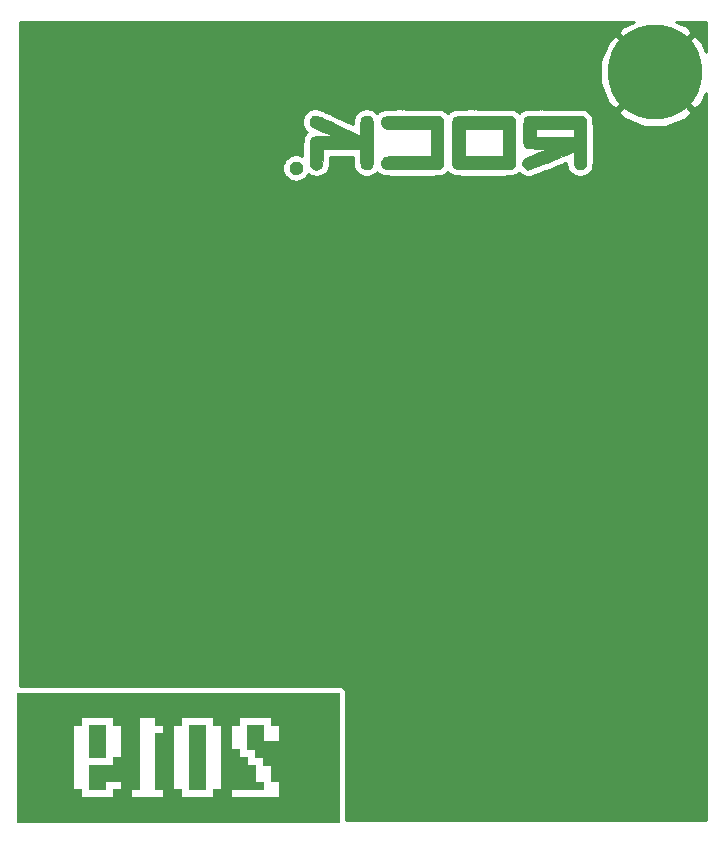
<source format=gbl>
G04 #@! TF.FileFunction,Copper,L2,Bot,Signal*
%FSLAX46Y46*%
G04 Gerber Fmt 4.6, Leading zero omitted, Abs format (unit mm)*
G04 Created by KiCad (PCBNEW 4.0.2+dfsg1-stable) date Sun 09 Sep 2018 02:34:44 AM EDT*
%MOMM*%
G01*
G04 APERTURE LIST*
%ADD10C,0.100000*%
%ADD11C,0.010000*%
%ADD12C,8.000000*%
%ADD13C,0.254000*%
G04 APERTURE END LIST*
D10*
D11*
G36*
X95931275Y-44585421D02*
X95790702Y-44658689D01*
X95662757Y-44793338D01*
X95630980Y-44837622D01*
X95566418Y-44990883D01*
X95561535Y-45158517D01*
X95610910Y-45322838D01*
X95709117Y-45466158D01*
X95850731Y-45570787D01*
X95856697Y-45573669D01*
X96040330Y-45626577D01*
X96218943Y-45613814D01*
X96335932Y-45563957D01*
X96492953Y-45432893D01*
X96589895Y-45275684D01*
X96625661Y-45104771D01*
X96599151Y-44932596D01*
X96509266Y-44771600D01*
X96414261Y-44677162D01*
X96301196Y-44602171D01*
X96185372Y-44569913D01*
X96099489Y-44564791D01*
X95931275Y-44585421D01*
X95931275Y-44585421D01*
G37*
X95931275Y-44585421D02*
X95790702Y-44658689D01*
X95662757Y-44793338D01*
X95630980Y-44837622D01*
X95566418Y-44990883D01*
X95561535Y-45158517D01*
X95610910Y-45322838D01*
X95709117Y-45466158D01*
X95850731Y-45570787D01*
X95856697Y-45573669D01*
X96040330Y-45626577D01*
X96218943Y-45613814D01*
X96335932Y-45563957D01*
X96492953Y-45432893D01*
X96589895Y-45275684D01*
X96625661Y-45104771D01*
X96599151Y-44932596D01*
X96509266Y-44771600D01*
X96414261Y-44677162D01*
X96301196Y-44602171D01*
X96185372Y-44569913D01*
X96099489Y-44564791D01*
X95931275Y-44585421D01*
G36*
X116550256Y-40702852D02*
X116312121Y-40704218D01*
X116119345Y-40706666D01*
X115966486Y-40710309D01*
X115848101Y-40715257D01*
X115758750Y-40721620D01*
X115692989Y-40729510D01*
X115645377Y-40739036D01*
X115610471Y-40750311D01*
X115596883Y-40756257D01*
X115528637Y-40791275D01*
X115474054Y-40829949D01*
X115431610Y-40880307D01*
X115399783Y-40950380D01*
X115377049Y-41048199D01*
X115361884Y-41181792D01*
X115352767Y-41359189D01*
X115348172Y-41588421D01*
X115346578Y-41877518D01*
X115346428Y-42076571D01*
X115346836Y-42382705D01*
X115348380Y-42624967D01*
X115351545Y-42812057D01*
X115356811Y-42952671D01*
X115364663Y-43055508D01*
X115375582Y-43129265D01*
X115390052Y-43182640D01*
X115408555Y-43224330D01*
X115410304Y-43227567D01*
X115446586Y-43288977D01*
X115486344Y-43337149D01*
X115538505Y-43373913D01*
X115611995Y-43401094D01*
X115715739Y-43420520D01*
X115858664Y-43434018D01*
X116049696Y-43443417D01*
X116297761Y-43450543D01*
X116523335Y-43455428D01*
X117409956Y-43473571D01*
X116460666Y-43851718D01*
X116162273Y-43971531D01*
X115923959Y-44070121D01*
X115737885Y-44151827D01*
X115596211Y-44220991D01*
X115491097Y-44281953D01*
X115414702Y-44339052D01*
X115359186Y-44396630D01*
X115316710Y-44459027D01*
X115296433Y-44496257D01*
X115252062Y-44654908D01*
X115268381Y-44818347D01*
X115336079Y-44972218D01*
X115445847Y-45102160D01*
X115588374Y-45193817D01*
X115754351Y-45232830D01*
X115774344Y-45233293D01*
X115836629Y-45221995D01*
X115950406Y-45187462D01*
X116117918Y-45128841D01*
X116341407Y-45045280D01*
X116623117Y-44935927D01*
X116965292Y-44799931D01*
X117370174Y-44636440D01*
X117697487Y-44502978D01*
X118039161Y-44363353D01*
X118361743Y-44231826D01*
X118658775Y-44111008D01*
X118923799Y-44003514D01*
X119150355Y-43911957D01*
X119331985Y-43838949D01*
X119462231Y-43787103D01*
X119534633Y-43759034D01*
X119546500Y-43754889D01*
X119571040Y-43753298D01*
X119588324Y-43771293D01*
X119599608Y-43819201D01*
X119606151Y-43907349D01*
X119609211Y-44046065D01*
X119610045Y-44245675D01*
X119610056Y-44276696D01*
X119613201Y-44528807D01*
X119624656Y-44720502D01*
X119647540Y-44863750D01*
X119684975Y-44970523D01*
X119740080Y-45052789D01*
X119815976Y-45122519D01*
X119834082Y-45136130D01*
X119968963Y-45197779D01*
X120135739Y-45222553D01*
X120302619Y-45208371D01*
X120403877Y-45173439D01*
X120507575Y-45099347D01*
X120591459Y-45005073D01*
X120594757Y-44999852D01*
X120609620Y-44972737D01*
X120622108Y-44939809D01*
X120632392Y-44895055D01*
X120640641Y-44832463D01*
X120647026Y-44746019D01*
X120651717Y-44629710D01*
X120654884Y-44477524D01*
X120656698Y-44283448D01*
X120657328Y-44041469D01*
X120656945Y-43745574D01*
X120655719Y-43389749D01*
X120653820Y-42967983D01*
X120653595Y-42920892D01*
X120648145Y-41786285D01*
X119610000Y-41786285D01*
X119610000Y-42475714D01*
X116416857Y-42475714D01*
X116416857Y-41786285D01*
X119610000Y-41786285D01*
X120648145Y-41786285D01*
X120644142Y-40953069D01*
X120406920Y-40715857D01*
X118065228Y-40706007D01*
X117591236Y-40704147D01*
X117184371Y-40702928D01*
X116839192Y-40702459D01*
X116550256Y-40702852D01*
X116550256Y-40702852D01*
G37*
X116550256Y-40702852D02*
X116312121Y-40704218D01*
X116119345Y-40706666D01*
X115966486Y-40710309D01*
X115848101Y-40715257D01*
X115758750Y-40721620D01*
X115692989Y-40729510D01*
X115645377Y-40739036D01*
X115610471Y-40750311D01*
X115596883Y-40756257D01*
X115528637Y-40791275D01*
X115474054Y-40829949D01*
X115431610Y-40880307D01*
X115399783Y-40950380D01*
X115377049Y-41048199D01*
X115361884Y-41181792D01*
X115352767Y-41359189D01*
X115348172Y-41588421D01*
X115346578Y-41877518D01*
X115346428Y-42076571D01*
X115346836Y-42382705D01*
X115348380Y-42624967D01*
X115351545Y-42812057D01*
X115356811Y-42952671D01*
X115364663Y-43055508D01*
X115375582Y-43129265D01*
X115390052Y-43182640D01*
X115408555Y-43224330D01*
X115410304Y-43227567D01*
X115446586Y-43288977D01*
X115486344Y-43337149D01*
X115538505Y-43373913D01*
X115611995Y-43401094D01*
X115715739Y-43420520D01*
X115858664Y-43434018D01*
X116049696Y-43443417D01*
X116297761Y-43450543D01*
X116523335Y-43455428D01*
X117409956Y-43473571D01*
X116460666Y-43851718D01*
X116162273Y-43971531D01*
X115923959Y-44070121D01*
X115737885Y-44151827D01*
X115596211Y-44220991D01*
X115491097Y-44281953D01*
X115414702Y-44339052D01*
X115359186Y-44396630D01*
X115316710Y-44459027D01*
X115296433Y-44496257D01*
X115252062Y-44654908D01*
X115268381Y-44818347D01*
X115336079Y-44972218D01*
X115445847Y-45102160D01*
X115588374Y-45193817D01*
X115754351Y-45232830D01*
X115774344Y-45233293D01*
X115836629Y-45221995D01*
X115950406Y-45187462D01*
X116117918Y-45128841D01*
X116341407Y-45045280D01*
X116623117Y-44935927D01*
X116965292Y-44799931D01*
X117370174Y-44636440D01*
X117697487Y-44502978D01*
X118039161Y-44363353D01*
X118361743Y-44231826D01*
X118658775Y-44111008D01*
X118923799Y-44003514D01*
X119150355Y-43911957D01*
X119331985Y-43838949D01*
X119462231Y-43787103D01*
X119534633Y-43759034D01*
X119546500Y-43754889D01*
X119571040Y-43753298D01*
X119588324Y-43771293D01*
X119599608Y-43819201D01*
X119606151Y-43907349D01*
X119609211Y-44046065D01*
X119610045Y-44245675D01*
X119610056Y-44276696D01*
X119613201Y-44528807D01*
X119624656Y-44720502D01*
X119647540Y-44863750D01*
X119684975Y-44970523D01*
X119740080Y-45052789D01*
X119815976Y-45122519D01*
X119834082Y-45136130D01*
X119968963Y-45197779D01*
X120135739Y-45222553D01*
X120302619Y-45208371D01*
X120403877Y-45173439D01*
X120507575Y-45099347D01*
X120591459Y-45005073D01*
X120594757Y-44999852D01*
X120609620Y-44972737D01*
X120622108Y-44939809D01*
X120632392Y-44895055D01*
X120640641Y-44832463D01*
X120647026Y-44746019D01*
X120651717Y-44629710D01*
X120654884Y-44477524D01*
X120656698Y-44283448D01*
X120657328Y-44041469D01*
X120656945Y-43745574D01*
X120655719Y-43389749D01*
X120653820Y-42967983D01*
X120653595Y-42920892D01*
X120648145Y-41786285D01*
X119610000Y-41786285D01*
X119610000Y-42475714D01*
X116416857Y-42475714D01*
X116416857Y-41786285D01*
X119610000Y-41786285D01*
X120648145Y-41786285D01*
X120644142Y-40953069D01*
X120406920Y-40715857D01*
X118065228Y-40706007D01*
X117591236Y-40704147D01*
X117184371Y-40702928D01*
X116839192Y-40702459D01*
X116550256Y-40702852D01*
G36*
X97649244Y-40663596D02*
X97590826Y-40677487D01*
X97537809Y-40701981D01*
X97484740Y-40735181D01*
X97476243Y-40740928D01*
X97362114Y-40838159D01*
X97294105Y-40952559D01*
X97263126Y-41104112D01*
X97258535Y-41219572D01*
X97261604Y-41312791D01*
X97275776Y-41392313D01*
X97307732Y-41462828D01*
X97364153Y-41529025D01*
X97451722Y-41595592D01*
X97577119Y-41667217D01*
X97747027Y-41748591D01*
X97968126Y-41844401D01*
X98247098Y-41959337D01*
X98402201Y-42022143D01*
X99300929Y-42385000D01*
X98433679Y-42403143D01*
X98154753Y-42409546D01*
X97938992Y-42416176D01*
X97776992Y-42423848D01*
X97659347Y-42433374D01*
X97576653Y-42445571D01*
X97519506Y-42461251D01*
X97478501Y-42481230D01*
X97470312Y-42486554D01*
X97417157Y-42526671D01*
X97374661Y-42572468D01*
X97341639Y-42632068D01*
X97316908Y-42713590D01*
X97299283Y-42825156D01*
X97287581Y-42974885D01*
X97280617Y-43170897D01*
X97277209Y-43421315D01*
X97276170Y-43734257D01*
X97276143Y-43818285D01*
X97276420Y-44121200D01*
X97277621Y-44360374D01*
X97280301Y-44544634D01*
X97285012Y-44682811D01*
X97292308Y-44783731D01*
X97302743Y-44856225D01*
X97316871Y-44909122D01*
X97335246Y-44951249D01*
X97348714Y-44975324D01*
X97465335Y-45106865D01*
X97621196Y-45192199D01*
X97796864Y-45227288D01*
X97972910Y-45208092D01*
X98122488Y-45136130D01*
X98196244Y-45075117D01*
X98251998Y-45007411D01*
X98292201Y-44922271D01*
X98319302Y-44808958D01*
X98335750Y-44656735D01*
X98343995Y-44454860D01*
X98346486Y-44192596D01*
X98346515Y-44153928D01*
X98346571Y-43491714D01*
X101539714Y-43491714D01*
X101539770Y-44153928D01*
X101541699Y-44424739D01*
X101549067Y-44633778D01*
X101564323Y-44791786D01*
X101589916Y-44909502D01*
X101628296Y-44997663D01*
X101681913Y-45067011D01*
X101753216Y-45128282D01*
X101763797Y-45136130D01*
X101898677Y-45197779D01*
X102065453Y-45222553D01*
X102232334Y-45208371D01*
X102333591Y-45173439D01*
X102437098Y-45099390D01*
X102520626Y-45005159D01*
X102523955Y-44999852D01*
X102538824Y-44972195D01*
X102551350Y-44938015D01*
X102561733Y-44891258D01*
X102570173Y-44825869D01*
X102576869Y-44735796D01*
X102582023Y-44614983D01*
X102585833Y-44457378D01*
X102588499Y-44256925D01*
X102590222Y-44007572D01*
X102591201Y-43703263D01*
X102591636Y-43337946D01*
X102591728Y-42947428D01*
X102591617Y-42521427D01*
X102591147Y-42161940D01*
X102590120Y-41862909D01*
X102588332Y-41618278D01*
X102585584Y-41421988D01*
X102581674Y-41267983D01*
X102576401Y-41150206D01*
X102569564Y-41062597D01*
X102560962Y-40999102D01*
X102550394Y-40953661D01*
X102537659Y-40920218D01*
X102523576Y-40894381D01*
X102411390Y-40775121D01*
X102258497Y-40698668D01*
X102085256Y-40668623D01*
X101912030Y-40688585D01*
X101762354Y-40759803D01*
X101688193Y-40821504D01*
X101632346Y-40890549D01*
X101592297Y-40977822D01*
X101565530Y-41094206D01*
X101549531Y-41250585D01*
X101541783Y-41457842D01*
X101539770Y-41722785D01*
X101538505Y-41929893D01*
X101535025Y-42109344D01*
X101529752Y-42249608D01*
X101523104Y-42339156D01*
X101516330Y-42366857D01*
X101480082Y-42351667D01*
X101384453Y-42308005D01*
X101235519Y-42238733D01*
X101039357Y-42146714D01*
X100802043Y-42034810D01*
X100529656Y-41905883D01*
X100228270Y-41762796D01*
X99903963Y-41608411D01*
X99730184Y-41525524D01*
X99317830Y-41328971D01*
X98965410Y-41162005D01*
X98667468Y-41022727D01*
X98418554Y-40909239D01*
X98213212Y-40819642D01*
X98045991Y-40752039D01*
X97911437Y-40704531D01*
X97804096Y-40675220D01*
X97718517Y-40662208D01*
X97649244Y-40663596D01*
X97649244Y-40663596D01*
G37*
X97649244Y-40663596D02*
X97590826Y-40677487D01*
X97537809Y-40701981D01*
X97484740Y-40735181D01*
X97476243Y-40740928D01*
X97362114Y-40838159D01*
X97294105Y-40952559D01*
X97263126Y-41104112D01*
X97258535Y-41219572D01*
X97261604Y-41312791D01*
X97275776Y-41392313D01*
X97307732Y-41462828D01*
X97364153Y-41529025D01*
X97451722Y-41595592D01*
X97577119Y-41667217D01*
X97747027Y-41748591D01*
X97968126Y-41844401D01*
X98247098Y-41959337D01*
X98402201Y-42022143D01*
X99300929Y-42385000D01*
X98433679Y-42403143D01*
X98154753Y-42409546D01*
X97938992Y-42416176D01*
X97776992Y-42423848D01*
X97659347Y-42433374D01*
X97576653Y-42445571D01*
X97519506Y-42461251D01*
X97478501Y-42481230D01*
X97470312Y-42486554D01*
X97417157Y-42526671D01*
X97374661Y-42572468D01*
X97341639Y-42632068D01*
X97316908Y-42713590D01*
X97299283Y-42825156D01*
X97287581Y-42974885D01*
X97280617Y-43170897D01*
X97277209Y-43421315D01*
X97276170Y-43734257D01*
X97276143Y-43818285D01*
X97276420Y-44121200D01*
X97277621Y-44360374D01*
X97280301Y-44544634D01*
X97285012Y-44682811D01*
X97292308Y-44783731D01*
X97302743Y-44856225D01*
X97316871Y-44909122D01*
X97335246Y-44951249D01*
X97348714Y-44975324D01*
X97465335Y-45106865D01*
X97621196Y-45192199D01*
X97796864Y-45227288D01*
X97972910Y-45208092D01*
X98122488Y-45136130D01*
X98196244Y-45075117D01*
X98251998Y-45007411D01*
X98292201Y-44922271D01*
X98319302Y-44808958D01*
X98335750Y-44656735D01*
X98343995Y-44454860D01*
X98346486Y-44192596D01*
X98346515Y-44153928D01*
X98346571Y-43491714D01*
X101539714Y-43491714D01*
X101539770Y-44153928D01*
X101541699Y-44424739D01*
X101549067Y-44633778D01*
X101564323Y-44791786D01*
X101589916Y-44909502D01*
X101628296Y-44997663D01*
X101681913Y-45067011D01*
X101753216Y-45128282D01*
X101763797Y-45136130D01*
X101898677Y-45197779D01*
X102065453Y-45222553D01*
X102232334Y-45208371D01*
X102333591Y-45173439D01*
X102437098Y-45099390D01*
X102520626Y-45005159D01*
X102523955Y-44999852D01*
X102538824Y-44972195D01*
X102551350Y-44938015D01*
X102561733Y-44891258D01*
X102570173Y-44825869D01*
X102576869Y-44735796D01*
X102582023Y-44614983D01*
X102585833Y-44457378D01*
X102588499Y-44256925D01*
X102590222Y-44007572D01*
X102591201Y-43703263D01*
X102591636Y-43337946D01*
X102591728Y-42947428D01*
X102591617Y-42521427D01*
X102591147Y-42161940D01*
X102590120Y-41862909D01*
X102588332Y-41618278D01*
X102585584Y-41421988D01*
X102581674Y-41267983D01*
X102576401Y-41150206D01*
X102569564Y-41062597D01*
X102560962Y-40999102D01*
X102550394Y-40953661D01*
X102537659Y-40920218D01*
X102523576Y-40894381D01*
X102411390Y-40775121D01*
X102258497Y-40698668D01*
X102085256Y-40668623D01*
X101912030Y-40688585D01*
X101762354Y-40759803D01*
X101688193Y-40821504D01*
X101632346Y-40890549D01*
X101592297Y-40977822D01*
X101565530Y-41094206D01*
X101549531Y-41250585D01*
X101541783Y-41457842D01*
X101539770Y-41722785D01*
X101538505Y-41929893D01*
X101535025Y-42109344D01*
X101529752Y-42249608D01*
X101523104Y-42339156D01*
X101516330Y-42366857D01*
X101480082Y-42351667D01*
X101384453Y-42308005D01*
X101235519Y-42238733D01*
X101039357Y-42146714D01*
X100802043Y-42034810D01*
X100529656Y-41905883D01*
X100228270Y-41762796D01*
X99903963Y-41608411D01*
X99730184Y-41525524D01*
X99317830Y-41328971D01*
X98965410Y-41162005D01*
X98667468Y-41022727D01*
X98418554Y-40909239D01*
X98213212Y-40819642D01*
X98045991Y-40752039D01*
X97911437Y-40704531D01*
X97804096Y-40675220D01*
X97718517Y-40662208D01*
X97649244Y-40663596D01*
G36*
X110469587Y-40703088D02*
X110217934Y-40705982D01*
X110012609Y-40711179D01*
X109848360Y-40719105D01*
X109719940Y-40730185D01*
X109622099Y-40744847D01*
X109549588Y-40763516D01*
X109497159Y-40786618D01*
X109459562Y-40814581D01*
X109431548Y-40847829D01*
X109407869Y-40886789D01*
X109388910Y-40921641D01*
X109374298Y-40952333D01*
X109362010Y-40990443D01*
X109351846Y-41042109D01*
X109343607Y-41113471D01*
X109337093Y-41210668D01*
X109332104Y-41339839D01*
X109328441Y-41507122D01*
X109325903Y-41718657D01*
X109324291Y-41980583D01*
X109323405Y-42299038D01*
X109323046Y-42680163D01*
X109323000Y-42947428D01*
X109323135Y-43370005D01*
X109323674Y-43726150D01*
X109324818Y-44022002D01*
X109326764Y-44263699D01*
X109329714Y-44457382D01*
X109333867Y-44609188D01*
X109339422Y-44725257D01*
X109346580Y-44811728D01*
X109355540Y-44874741D01*
X109366502Y-44920433D01*
X109379666Y-44954944D01*
X109388910Y-44973215D01*
X109412921Y-45016902D01*
X109437329Y-45054506D01*
X109467433Y-45086477D01*
X109508534Y-45113265D01*
X109565931Y-45135321D01*
X109644926Y-45153094D01*
X109750818Y-45167036D01*
X109888907Y-45177596D01*
X110064495Y-45185225D01*
X110282880Y-45190373D01*
X110549364Y-45193489D01*
X110869246Y-45195025D01*
X111247826Y-45195430D01*
X111690406Y-45195156D01*
X111997906Y-45194842D01*
X112401240Y-45193975D01*
X112784277Y-45192256D01*
X113140648Y-45189771D01*
X113463989Y-45186608D01*
X113747931Y-45182853D01*
X113986108Y-45178593D01*
X114172154Y-45173915D01*
X114299701Y-45168906D01*
X114362383Y-45163653D01*
X114366714Y-45162525D01*
X114440725Y-45115672D01*
X114523298Y-45041989D01*
X114530000Y-45034902D01*
X114620714Y-44937296D01*
X114620714Y-41786285D01*
X113586571Y-41786285D01*
X113586571Y-44108571D01*
X110393428Y-44108571D01*
X110393428Y-41786285D01*
X113586571Y-41786285D01*
X114620714Y-41786285D01*
X114620714Y-40953110D01*
X114502103Y-40834483D01*
X114383491Y-40715857D01*
X112044437Y-40706009D01*
X111554990Y-40703956D01*
X111132866Y-40702501D01*
X110772814Y-40702069D01*
X110469587Y-40703088D01*
X110469587Y-40703088D01*
G37*
X110469587Y-40703088D02*
X110217934Y-40705982D01*
X110012609Y-40711179D01*
X109848360Y-40719105D01*
X109719940Y-40730185D01*
X109622099Y-40744847D01*
X109549588Y-40763516D01*
X109497159Y-40786618D01*
X109459562Y-40814581D01*
X109431548Y-40847829D01*
X109407869Y-40886789D01*
X109388910Y-40921641D01*
X109374298Y-40952333D01*
X109362010Y-40990443D01*
X109351846Y-41042109D01*
X109343607Y-41113471D01*
X109337093Y-41210668D01*
X109332104Y-41339839D01*
X109328441Y-41507122D01*
X109325903Y-41718657D01*
X109324291Y-41980583D01*
X109323405Y-42299038D01*
X109323046Y-42680163D01*
X109323000Y-42947428D01*
X109323135Y-43370005D01*
X109323674Y-43726150D01*
X109324818Y-44022002D01*
X109326764Y-44263699D01*
X109329714Y-44457382D01*
X109333867Y-44609188D01*
X109339422Y-44725257D01*
X109346580Y-44811728D01*
X109355540Y-44874741D01*
X109366502Y-44920433D01*
X109379666Y-44954944D01*
X109388910Y-44973215D01*
X109412921Y-45016902D01*
X109437329Y-45054506D01*
X109467433Y-45086477D01*
X109508534Y-45113265D01*
X109565931Y-45135321D01*
X109644926Y-45153094D01*
X109750818Y-45167036D01*
X109888907Y-45177596D01*
X110064495Y-45185225D01*
X110282880Y-45190373D01*
X110549364Y-45193489D01*
X110869246Y-45195025D01*
X111247826Y-45195430D01*
X111690406Y-45195156D01*
X111997906Y-45194842D01*
X112401240Y-45193975D01*
X112784277Y-45192256D01*
X113140648Y-45189771D01*
X113463989Y-45186608D01*
X113747931Y-45182853D01*
X113986108Y-45178593D01*
X114172154Y-45173915D01*
X114299701Y-45168906D01*
X114362383Y-45163653D01*
X114366714Y-45162525D01*
X114440725Y-45115672D01*
X114523298Y-45041989D01*
X114530000Y-45034902D01*
X114620714Y-44937296D01*
X114620714Y-41786285D01*
X113586571Y-41786285D01*
X113586571Y-44108571D01*
X110393428Y-44108571D01*
X110393428Y-41786285D01*
X113586571Y-41786285D01*
X114620714Y-41786285D01*
X114620714Y-40953110D01*
X114502103Y-40834483D01*
X114383491Y-40715857D01*
X112044437Y-40706009D01*
X111554990Y-40703956D01*
X111132866Y-40702501D01*
X110772814Y-40702069D01*
X110469587Y-40703088D01*
G36*
X104451659Y-40703200D02*
X104205175Y-40706275D01*
X104004527Y-40711744D01*
X103844371Y-40720050D01*
X103719358Y-40731637D01*
X103624142Y-40746947D01*
X103553377Y-40766423D01*
X103501716Y-40790508D01*
X103463811Y-40819645D01*
X103434316Y-40854277D01*
X103407885Y-40894847D01*
X103391216Y-40922316D01*
X103335789Y-41062089D01*
X103317856Y-41246427D01*
X103317850Y-41249808D01*
X103323468Y-41379734D01*
X103347641Y-41469472D01*
X103401031Y-41550978D01*
X103429556Y-41584570D01*
X103533129Y-41675821D01*
X103648849Y-41740311D01*
X103674485Y-41748916D01*
X103743187Y-41757633D01*
X103880286Y-41765336D01*
X104081616Y-41771947D01*
X104343009Y-41777389D01*
X104660296Y-41781581D01*
X105029311Y-41784446D01*
X105445886Y-41785906D01*
X105649071Y-41786083D01*
X107490571Y-41786285D01*
X107490571Y-44108571D01*
X105649071Y-44108773D01*
X105212328Y-44109571D01*
X104821258Y-44111809D01*
X104480027Y-44115410D01*
X104192805Y-44120295D01*
X103963757Y-44126386D01*
X103797053Y-44133605D01*
X103696858Y-44141872D01*
X103674485Y-44145941D01*
X103562082Y-44199608D01*
X103451702Y-44286830D01*
X103429556Y-44310286D01*
X103362993Y-44396672D01*
X103329499Y-44479751D01*
X103318410Y-44591477D01*
X103317850Y-44645048D01*
X103335225Y-44830249D01*
X103390024Y-44970574D01*
X103391216Y-44972540D01*
X103418434Y-45016844D01*
X103445669Y-45054905D01*
X103478323Y-45087192D01*
X103521795Y-45114172D01*
X103581486Y-45136313D01*
X103662797Y-45154083D01*
X103771127Y-45167952D01*
X103911877Y-45178385D01*
X104090447Y-45185852D01*
X104312238Y-45190821D01*
X104582651Y-45193759D01*
X104907085Y-45195134D01*
X105290941Y-45195415D01*
X105739620Y-45195070D01*
X105956334Y-45194842D01*
X106354812Y-45193959D01*
X106732962Y-45192204D01*
X107084335Y-45189667D01*
X107402480Y-45186438D01*
X107680947Y-45182607D01*
X107913287Y-45178265D01*
X108093049Y-45173501D01*
X108213784Y-45168405D01*
X108269041Y-45163067D01*
X108270714Y-45162525D01*
X108344725Y-45115672D01*
X108427298Y-45041989D01*
X108434000Y-45034902D01*
X108524714Y-44937296D01*
X108524714Y-40953110D01*
X108406103Y-40834483D01*
X108287493Y-40715857D01*
X106002907Y-40705992D01*
X105519605Y-40703917D01*
X105103528Y-40702464D01*
X104749328Y-40702078D01*
X104451659Y-40703200D01*
X104451659Y-40703200D01*
G37*
X104451659Y-40703200D02*
X104205175Y-40706275D01*
X104004527Y-40711744D01*
X103844371Y-40720050D01*
X103719358Y-40731637D01*
X103624142Y-40746947D01*
X103553377Y-40766423D01*
X103501716Y-40790508D01*
X103463811Y-40819645D01*
X103434316Y-40854277D01*
X103407885Y-40894847D01*
X103391216Y-40922316D01*
X103335789Y-41062089D01*
X103317856Y-41246427D01*
X103317850Y-41249808D01*
X103323468Y-41379734D01*
X103347641Y-41469472D01*
X103401031Y-41550978D01*
X103429556Y-41584570D01*
X103533129Y-41675821D01*
X103648849Y-41740311D01*
X103674485Y-41748916D01*
X103743187Y-41757633D01*
X103880286Y-41765336D01*
X104081616Y-41771947D01*
X104343009Y-41777389D01*
X104660296Y-41781581D01*
X105029311Y-41784446D01*
X105445886Y-41785906D01*
X105649071Y-41786083D01*
X107490571Y-41786285D01*
X107490571Y-44108571D01*
X105649071Y-44108773D01*
X105212328Y-44109571D01*
X104821258Y-44111809D01*
X104480027Y-44115410D01*
X104192805Y-44120295D01*
X103963757Y-44126386D01*
X103797053Y-44133605D01*
X103696858Y-44141872D01*
X103674485Y-44145941D01*
X103562082Y-44199608D01*
X103451702Y-44286830D01*
X103429556Y-44310286D01*
X103362993Y-44396672D01*
X103329499Y-44479751D01*
X103318410Y-44591477D01*
X103317850Y-44645048D01*
X103335225Y-44830249D01*
X103390024Y-44970574D01*
X103391216Y-44972540D01*
X103418434Y-45016844D01*
X103445669Y-45054905D01*
X103478323Y-45087192D01*
X103521795Y-45114172D01*
X103581486Y-45136313D01*
X103662797Y-45154083D01*
X103771127Y-45167952D01*
X103911877Y-45178385D01*
X104090447Y-45185852D01*
X104312238Y-45190821D01*
X104582651Y-45193759D01*
X104907085Y-45195134D01*
X105290941Y-45195415D01*
X105739620Y-45195070D01*
X105956334Y-45194842D01*
X106354812Y-45193959D01*
X106732962Y-45192204D01*
X107084335Y-45189667D01*
X107402480Y-45186438D01*
X107680947Y-45182607D01*
X107913287Y-45178265D01*
X108093049Y-45173501D01*
X108213784Y-45168405D01*
X108269041Y-45163067D01*
X108270714Y-45162525D01*
X108344725Y-45115672D01*
X108427298Y-45041989D01*
X108434000Y-45034902D01*
X108524714Y-44937296D01*
X108524714Y-40953110D01*
X108406103Y-40834483D01*
X108287493Y-40715857D01*
X106002907Y-40705992D01*
X105519605Y-40703917D01*
X105103528Y-40702464D01*
X104749328Y-40702078D01*
X104451659Y-40703200D01*
G36*
X72502857Y-100462857D02*
X99717142Y-100462857D01*
X99717142Y-92262285D01*
X94673428Y-92262285D01*
X94673428Y-93641142D01*
X93294571Y-93641142D01*
X93294571Y-92262285D01*
X91952000Y-92262285D01*
X91952000Y-94294285D01*
X92641428Y-94294285D01*
X92641428Y-94983714D01*
X93330857Y-94983714D01*
X93330857Y-95673142D01*
X93984000Y-95673142D01*
X93984000Y-97015714D01*
X94673428Y-97015714D01*
X94673428Y-98394571D01*
X90573142Y-98394571D01*
X90573142Y-97705142D01*
X93294571Y-97705142D01*
X93294571Y-97052000D01*
X92641428Y-97052000D01*
X92641428Y-95673142D01*
X91952000Y-95673142D01*
X91952000Y-94983714D01*
X91262571Y-94983714D01*
X91262571Y-94330571D01*
X90573142Y-94330571D01*
X90573142Y-92262285D01*
X89774857Y-92262285D01*
X89774857Y-97705142D01*
X89085428Y-97705142D01*
X89085428Y-98394571D01*
X86364000Y-98394571D01*
X86364000Y-97705142D01*
X85674571Y-97705142D01*
X85674571Y-92262285D01*
X84876285Y-92262285D01*
X84876285Y-92951714D01*
X84186857Y-92951714D01*
X84186857Y-97705142D01*
X84876285Y-97705142D01*
X84876285Y-98394571D01*
X82154857Y-98394571D01*
X82154857Y-97705142D01*
X82844285Y-97705142D01*
X82844285Y-92262285D01*
X81320285Y-92262285D01*
X81320285Y-94983714D01*
X80630857Y-94983714D01*
X80630857Y-95673142D01*
X78598857Y-95673142D01*
X78598857Y-97705142D01*
X79941428Y-97705142D01*
X79941428Y-97015714D01*
X81320285Y-97015714D01*
X81320285Y-97705142D01*
X80630857Y-97705142D01*
X80630857Y-98394571D01*
X77909428Y-98394571D01*
X77909428Y-97705142D01*
X77220000Y-97705142D01*
X77220000Y-92262285D01*
X77909428Y-92262285D01*
X77909428Y-91572857D01*
X80630857Y-91572857D01*
X80630857Y-92262285D01*
X81320285Y-92262285D01*
X82844285Y-92262285D01*
X82844285Y-91572857D01*
X84186857Y-91572857D01*
X84186857Y-92262285D01*
X84876285Y-92262285D01*
X85674571Y-92262285D01*
X86364000Y-92262285D01*
X86364000Y-91572857D01*
X89085428Y-91572857D01*
X89085428Y-92262285D01*
X89774857Y-92262285D01*
X90573142Y-92262285D01*
X91262571Y-92262285D01*
X91262571Y-91572857D01*
X93984000Y-91572857D01*
X93984000Y-92262285D01*
X94673428Y-92262285D01*
X99717142Y-92262285D01*
X99717142Y-89577143D01*
X72502857Y-89577143D01*
X72502857Y-100462857D01*
X72502857Y-100462857D01*
G37*
X72502857Y-100462857D02*
X99717142Y-100462857D01*
X99717142Y-92262285D01*
X94673428Y-92262285D01*
X94673428Y-93641142D01*
X93294571Y-93641142D01*
X93294571Y-92262285D01*
X91952000Y-92262285D01*
X91952000Y-94294285D01*
X92641428Y-94294285D01*
X92641428Y-94983714D01*
X93330857Y-94983714D01*
X93330857Y-95673142D01*
X93984000Y-95673142D01*
X93984000Y-97015714D01*
X94673428Y-97015714D01*
X94673428Y-98394571D01*
X90573142Y-98394571D01*
X90573142Y-97705142D01*
X93294571Y-97705142D01*
X93294571Y-97052000D01*
X92641428Y-97052000D01*
X92641428Y-95673142D01*
X91952000Y-95673142D01*
X91952000Y-94983714D01*
X91262571Y-94983714D01*
X91262571Y-94330571D01*
X90573142Y-94330571D01*
X90573142Y-92262285D01*
X89774857Y-92262285D01*
X89774857Y-97705142D01*
X89085428Y-97705142D01*
X89085428Y-98394571D01*
X86364000Y-98394571D01*
X86364000Y-97705142D01*
X85674571Y-97705142D01*
X85674571Y-92262285D01*
X84876285Y-92262285D01*
X84876285Y-92951714D01*
X84186857Y-92951714D01*
X84186857Y-97705142D01*
X84876285Y-97705142D01*
X84876285Y-98394571D01*
X82154857Y-98394571D01*
X82154857Y-97705142D01*
X82844285Y-97705142D01*
X82844285Y-92262285D01*
X81320285Y-92262285D01*
X81320285Y-94983714D01*
X80630857Y-94983714D01*
X80630857Y-95673142D01*
X78598857Y-95673142D01*
X78598857Y-97705142D01*
X79941428Y-97705142D01*
X79941428Y-97015714D01*
X81320285Y-97015714D01*
X81320285Y-97705142D01*
X80630857Y-97705142D01*
X80630857Y-98394571D01*
X77909428Y-98394571D01*
X77909428Y-97705142D01*
X77220000Y-97705142D01*
X77220000Y-92262285D01*
X77909428Y-92262285D01*
X77909428Y-91572857D01*
X80630857Y-91572857D01*
X80630857Y-92262285D01*
X81320285Y-92262285D01*
X82844285Y-92262285D01*
X82844285Y-91572857D01*
X84186857Y-91572857D01*
X84186857Y-92262285D01*
X84876285Y-92262285D01*
X85674571Y-92262285D01*
X86364000Y-92262285D01*
X86364000Y-91572857D01*
X89085428Y-91572857D01*
X89085428Y-92262285D01*
X89774857Y-92262285D01*
X90573142Y-92262285D01*
X91262571Y-92262285D01*
X91262571Y-91572857D01*
X93984000Y-91572857D01*
X93984000Y-92262285D01*
X94673428Y-92262285D01*
X99717142Y-92262285D01*
X99717142Y-89577143D01*
X72502857Y-89577143D01*
X72502857Y-100462857D01*
G36*
X87053428Y-97705142D02*
X88396000Y-97705142D01*
X88396000Y-92262285D01*
X87053428Y-92262285D01*
X87053428Y-97705142D01*
X87053428Y-97705142D01*
G37*
X87053428Y-97705142D02*
X88396000Y-97705142D01*
X88396000Y-92262285D01*
X87053428Y-92262285D01*
X87053428Y-97705142D01*
G36*
X78598857Y-94983714D02*
X79941428Y-94983714D01*
X79941428Y-92262285D01*
X78598857Y-92262285D01*
X78598857Y-94983714D01*
X78598857Y-94983714D01*
G37*
X78598857Y-94983714D02*
X79941428Y-94983714D01*
X79941428Y-92262285D01*
X78598857Y-92262285D01*
X78598857Y-94983714D01*
D12*
X126500000Y-37000000D03*
D13*
G36*
X123923381Y-33038402D02*
X123825990Y-33103476D01*
X123361656Y-33682051D01*
X126500000Y-36820395D01*
X129638344Y-33682051D01*
X129174010Y-33103476D01*
X128256407Y-32710000D01*
X130790000Y-32710000D01*
X130790000Y-35244864D01*
X130461598Y-34423381D01*
X130396524Y-34325990D01*
X129817949Y-33861656D01*
X126679605Y-37000000D01*
X129817949Y-40138344D01*
X130396524Y-39674010D01*
X130790000Y-38756407D01*
X130790000Y-100290000D01*
X100357142Y-100290000D01*
X100357142Y-89577143D01*
X100308425Y-89332226D01*
X100169690Y-89124595D01*
X99962059Y-88985860D01*
X99717142Y-88937143D01*
X72710000Y-88937143D01*
X72710000Y-45139882D01*
X94921806Y-45139882D01*
X94938843Y-45240805D01*
X94948607Y-45342689D01*
X94997982Y-45507010D01*
X95044199Y-45594025D01*
X95082964Y-45684602D01*
X95181171Y-45827922D01*
X95257246Y-45902239D01*
X95328806Y-45980904D01*
X95470420Y-46085533D01*
X95524568Y-46111023D01*
X95572346Y-46147070D01*
X95578312Y-46149952D01*
X95631080Y-46163632D01*
X95679509Y-46188652D01*
X95863142Y-46241560D01*
X95974775Y-46250979D01*
X96085946Y-46264949D01*
X96264558Y-46252186D01*
X96366443Y-46224243D01*
X96469855Y-46202578D01*
X96586845Y-46152721D01*
X96664007Y-46100021D01*
X96746044Y-46055290D01*
X96903064Y-45924226D01*
X96967661Y-45844167D01*
X97037708Y-45768813D01*
X97119571Y-45636058D01*
X97157985Y-45668235D01*
X97313846Y-45753568D01*
X97406311Y-45782635D01*
X97495835Y-45819801D01*
X97671503Y-45854890D01*
X97769055Y-45854968D01*
X97866238Y-45863517D01*
X98042284Y-45844321D01*
X98145545Y-45811817D01*
X98250373Y-45784819D01*
X98399951Y-45712857D01*
X98462049Y-45666161D01*
X98530426Y-45629269D01*
X98604182Y-45568256D01*
X98642865Y-45520744D01*
X98690293Y-45481953D01*
X98746048Y-45414246D01*
X98783537Y-45344389D01*
X98830722Y-45280684D01*
X98870926Y-45195544D01*
X98886976Y-45131297D01*
X98914646Y-45071141D01*
X98941747Y-44957828D01*
X98943322Y-44916844D01*
X98955598Y-44877711D01*
X98972046Y-44725488D01*
X98970127Y-44703911D01*
X98975217Y-44682852D01*
X98983462Y-44480977D01*
X98981884Y-44470911D01*
X98983966Y-44460938D01*
X98986457Y-44198674D01*
X98985927Y-44195873D01*
X98986486Y-44193076D01*
X98986515Y-44154408D01*
X98986473Y-44154195D01*
X98986515Y-44153982D01*
X98986517Y-44131714D01*
X100899768Y-44131714D01*
X100899770Y-44153982D01*
X100900218Y-44156232D01*
X100899786Y-44158487D01*
X100901715Y-44429298D01*
X100903563Y-44438256D01*
X100902096Y-44447283D01*
X100909464Y-44656322D01*
X100914007Y-44675588D01*
X100912029Y-44695285D01*
X100927285Y-44853294D01*
X100938258Y-44889720D01*
X100938933Y-44927754D01*
X100964526Y-45045470D01*
X100989698Y-45103319D01*
X101003111Y-45164962D01*
X101041491Y-45253123D01*
X101086678Y-45318197D01*
X101121979Y-45389126D01*
X101175596Y-45458474D01*
X101224675Y-45501198D01*
X101264802Y-45552416D01*
X101336105Y-45613687D01*
X101356345Y-45625102D01*
X101371950Y-45642321D01*
X101382531Y-45650169D01*
X101443263Y-45678896D01*
X101497748Y-45718211D01*
X101632628Y-45779860D01*
X101720055Y-45800548D01*
X101804639Y-45830833D01*
X101971415Y-45855607D01*
X102045722Y-45851972D01*
X102119647Y-45860254D01*
X102286528Y-45846072D01*
X102362597Y-45824105D01*
X102441052Y-45813381D01*
X102542309Y-45778449D01*
X102621940Y-45731947D01*
X102705968Y-45693954D01*
X102809475Y-45619905D01*
X102858709Y-45567421D01*
X102916027Y-45523921D01*
X102966016Y-45467527D01*
X102968570Y-45469915D01*
X102995685Y-45510004D01*
X103028339Y-45542291D01*
X103082834Y-45578259D01*
X103086534Y-45583371D01*
X103096428Y-45589458D01*
X103140834Y-45630976D01*
X103184307Y-45657956D01*
X103228999Y-45674733D01*
X103236751Y-45679849D01*
X103246367Y-45681705D01*
X103299220Y-45714222D01*
X103358911Y-45736363D01*
X103403476Y-45743502D01*
X103444843Y-45761556D01*
X103526154Y-45779326D01*
X103554574Y-45779861D01*
X103581524Y-45788902D01*
X103689854Y-45802771D01*
X103707130Y-45801577D01*
X103723817Y-45806201D01*
X103864567Y-45816634D01*
X103874962Y-45815356D01*
X103885138Y-45817826D01*
X104063708Y-45825293D01*
X104069948Y-45824321D01*
X104076112Y-45825691D01*
X104297903Y-45830660D01*
X104301605Y-45830009D01*
X104305285Y-45830783D01*
X104575698Y-45833721D01*
X104577822Y-45833323D01*
X104579939Y-45833753D01*
X104904373Y-45835128D01*
X104905494Y-45834910D01*
X104906616Y-45835134D01*
X105290472Y-45835415D01*
X105290952Y-45835320D01*
X105291433Y-45835415D01*
X105740112Y-45835070D01*
X105740202Y-45835052D01*
X105740293Y-45835070D01*
X105957007Y-45834842D01*
X105957381Y-45834767D01*
X105957752Y-45834840D01*
X106356230Y-45833957D01*
X106357005Y-45833801D01*
X106357782Y-45833952D01*
X106735932Y-45832197D01*
X106736757Y-45832029D01*
X106737583Y-45832187D01*
X107088956Y-45829650D01*
X107089891Y-45829457D01*
X107090830Y-45829634D01*
X107408975Y-45826405D01*
X107410128Y-45826164D01*
X107411284Y-45826377D01*
X107689751Y-45822546D01*
X107691323Y-45822211D01*
X107692905Y-45822495D01*
X107925246Y-45818153D01*
X107927733Y-45817610D01*
X107930242Y-45818040D01*
X108110004Y-45813276D01*
X108114986Y-45812147D01*
X108120038Y-45812932D01*
X108240773Y-45807836D01*
X108257846Y-45803685D01*
X108275324Y-45805439D01*
X108330580Y-45800101D01*
X108355750Y-45792517D01*
X108380045Y-45793117D01*
X108421341Y-45777194D01*
X108466288Y-45771913D01*
X108467962Y-45771371D01*
X108517123Y-45743895D01*
X108569678Y-45728060D01*
X108588344Y-45712799D01*
X108613040Y-45703277D01*
X108687051Y-45656424D01*
X108725317Y-45620002D01*
X108770837Y-45593195D01*
X108853410Y-45519513D01*
X108869925Y-45497602D01*
X108892301Y-45481730D01*
X108899003Y-45474644D01*
X108900507Y-45472252D01*
X108902797Y-45470597D01*
X108933842Y-45437193D01*
X108935421Y-45438815D01*
X108939394Y-45448105D01*
X108949043Y-45457536D01*
X108971380Y-45493245D01*
X109001485Y-45525216D01*
X109060489Y-45567261D01*
X109061253Y-45568046D01*
X109067823Y-45577349D01*
X109074284Y-45581429D01*
X109074707Y-45581863D01*
X109075536Y-45582219D01*
X109078575Y-45584139D01*
X109117977Y-45622649D01*
X109159078Y-45649437D01*
X109197332Y-45664772D01*
X109204851Y-45670130D01*
X109218596Y-45673296D01*
X109221816Y-45674587D01*
X109278967Y-45710675D01*
X109336364Y-45732731D01*
X109382582Y-45740690D01*
X109425450Y-45759713D01*
X109504445Y-45777486D01*
X109533686Y-45778216D01*
X109561383Y-45787618D01*
X109667275Y-45801560D01*
X109684954Y-45800401D01*
X109702018Y-45805173D01*
X109840107Y-45815733D01*
X109850731Y-45814452D01*
X109861126Y-45816993D01*
X110036715Y-45824622D01*
X110043105Y-45823637D01*
X110049412Y-45825047D01*
X110267798Y-45830195D01*
X110271610Y-45829530D01*
X110275397Y-45830329D01*
X110541881Y-45833445D01*
X110544088Y-45833033D01*
X110546291Y-45833482D01*
X110866173Y-45835018D01*
X110867368Y-45834786D01*
X110868561Y-45835025D01*
X111247141Y-45835430D01*
X111247682Y-45835323D01*
X111248222Y-45835430D01*
X111690802Y-45835156D01*
X111690930Y-45835130D01*
X111691060Y-45835156D01*
X111998559Y-45834842D01*
X111998920Y-45834770D01*
X111999282Y-45834841D01*
X112402616Y-45833974D01*
X112403364Y-45833824D01*
X112404112Y-45833969D01*
X112787149Y-45832250D01*
X112787946Y-45832088D01*
X112788740Y-45832240D01*
X113145111Y-45829755D01*
X113146008Y-45829570D01*
X113146908Y-45829740D01*
X113470249Y-45826577D01*
X113471347Y-45826347D01*
X113472452Y-45826552D01*
X113756394Y-45822797D01*
X113757879Y-45822481D01*
X113759376Y-45822751D01*
X113997553Y-45818491D01*
X113999865Y-45817988D01*
X114002195Y-45818391D01*
X114188241Y-45813713D01*
X114192728Y-45812703D01*
X114197269Y-45813422D01*
X114324815Y-45808413D01*
X114338829Y-45805049D01*
X114353148Y-45806670D01*
X114415830Y-45801417D01*
X114447177Y-45792404D01*
X114476045Y-45793117D01*
X114498479Y-45784467D01*
X114523689Y-45782992D01*
X114528019Y-45781864D01*
X114592513Y-45750619D01*
X114655824Y-45732417D01*
X114676798Y-45715709D01*
X114709040Y-45703277D01*
X114783051Y-45656424D01*
X114821317Y-45620002D01*
X114866837Y-45593195D01*
X114949410Y-45519513D01*
X114954694Y-45512502D01*
X114956941Y-45515162D01*
X115031279Y-45574422D01*
X115099675Y-45640458D01*
X115242202Y-45732115D01*
X115343163Y-45771874D01*
X115441933Y-45816838D01*
X115607909Y-45855851D01*
X115634201Y-45856759D01*
X115638891Y-45858795D01*
X115680553Y-45859499D01*
X115739534Y-45872658D01*
X115759526Y-45873121D01*
X115816984Y-45863069D01*
X115857476Y-45864467D01*
X115862526Y-45862577D01*
X115888571Y-45863017D01*
X115950855Y-45851719D01*
X115985472Y-45838061D01*
X116022505Y-45834408D01*
X116136282Y-45799875D01*
X116148303Y-45793447D01*
X116161804Y-45791541D01*
X116329316Y-45732920D01*
X116335253Y-45729418D01*
X116342055Y-45728310D01*
X116565545Y-45644748D01*
X116568999Y-45642610D01*
X116573003Y-45641907D01*
X116854713Y-45532553D01*
X116856922Y-45531148D01*
X116859497Y-45530674D01*
X117201672Y-45394678D01*
X117203171Y-45393708D01*
X117204924Y-45393375D01*
X117609806Y-45229884D01*
X117610731Y-45229278D01*
X117611818Y-45229068D01*
X117939131Y-45095606D01*
X117939340Y-45095468D01*
X117939588Y-45095420D01*
X118281262Y-44955795D01*
X118603378Y-44824458D01*
X118899326Y-44704081D01*
X118980564Y-44671131D01*
X118985796Y-44758678D01*
X118993880Y-44789559D01*
X118992669Y-44821462D01*
X119015553Y-44964710D01*
X119035516Y-45018600D01*
X119043584Y-45075499D01*
X119081019Y-45182272D01*
X119122186Y-45251962D01*
X119153243Y-45326698D01*
X119208347Y-45408964D01*
X119262188Y-45462681D01*
X119307081Y-45524077D01*
X119382977Y-45593806D01*
X119410177Y-45610361D01*
X119431407Y-45634091D01*
X119449512Y-45647702D01*
X119511900Y-45677705D01*
X119568035Y-45718211D01*
X119702916Y-45779860D01*
X119790337Y-45800547D01*
X119874925Y-45830833D01*
X120041701Y-45855607D01*
X120116008Y-45851972D01*
X120189933Y-45860254D01*
X120356813Y-45846072D01*
X120432883Y-45824105D01*
X120511336Y-45813381D01*
X120612593Y-45778449D01*
X120692059Y-45732044D01*
X120775943Y-45694176D01*
X120879641Y-45620084D01*
X120928626Y-45567928D01*
X120985703Y-45524780D01*
X121069587Y-45430506D01*
X121096258Y-45385069D01*
X121132547Y-45346868D01*
X121135845Y-45341647D01*
X121143058Y-45322884D01*
X121155974Y-45307481D01*
X121170837Y-45280367D01*
X121184288Y-45237652D01*
X121208030Y-45199685D01*
X121220518Y-45166757D01*
X121227802Y-45123318D01*
X121245852Y-45083139D01*
X121256136Y-45038385D01*
X121257041Y-45007723D01*
X121266905Y-44978678D01*
X121275154Y-44916086D01*
X121273940Y-44897530D01*
X121278902Y-44879607D01*
X121285287Y-44793163D01*
X121283958Y-44782377D01*
X121286506Y-44771811D01*
X121291197Y-44655501D01*
X121290210Y-44649227D01*
X121291578Y-44643026D01*
X121294745Y-44490840D01*
X121294093Y-44487163D01*
X121294856Y-44483506D01*
X121296670Y-44289430D01*
X121296261Y-44287270D01*
X121296696Y-44285114D01*
X121297326Y-44043135D01*
X121297081Y-44041886D01*
X121297327Y-44040640D01*
X121296944Y-43744746D01*
X121296806Y-43744058D01*
X121296941Y-43743369D01*
X121295715Y-43387544D01*
X121295647Y-43387208D01*
X121295713Y-43386867D01*
X121293814Y-42965101D01*
X121293796Y-42965013D01*
X121293813Y-42964926D01*
X121293588Y-42917834D01*
X121293586Y-42917826D01*
X121293588Y-42917818D01*
X121288138Y-41783211D01*
X121284135Y-40949994D01*
X121259440Y-40828887D01*
X121235419Y-40708138D01*
X121234554Y-40706843D01*
X121234242Y-40705314D01*
X121165169Y-40603007D01*
X121096680Y-40500511D01*
X120914112Y-40317949D01*
X123361656Y-40317949D01*
X123825990Y-40896524D01*
X125520672Y-41623218D01*
X127364447Y-41646068D01*
X129076619Y-40961598D01*
X129174010Y-40896524D01*
X129638344Y-40317949D01*
X126500000Y-37179605D01*
X123361656Y-40317949D01*
X120914112Y-40317949D01*
X120859459Y-40263299D01*
X120756693Y-40194636D01*
X120654322Y-40125609D01*
X120652970Y-40125334D01*
X120651825Y-40124569D01*
X120530673Y-40100473D01*
X120409612Y-40075863D01*
X118067920Y-40066013D01*
X118067831Y-40066030D01*
X118067740Y-40066012D01*
X117593747Y-40064152D01*
X117593450Y-40064210D01*
X117593154Y-40064150D01*
X117186288Y-40062931D01*
X117185763Y-40063034D01*
X117185240Y-40062929D01*
X116840062Y-40062460D01*
X116839192Y-40062632D01*
X116838321Y-40062460D01*
X116549385Y-40062853D01*
X116547986Y-40063133D01*
X116546585Y-40062863D01*
X116308450Y-40064229D01*
X116306227Y-40064685D01*
X116303995Y-40064270D01*
X116111219Y-40066718D01*
X116107670Y-40067471D01*
X116104096Y-40066848D01*
X115951238Y-40070491D01*
X115945536Y-40071767D01*
X115939760Y-40070867D01*
X115821375Y-40075815D01*
X115812103Y-40078066D01*
X115802639Y-40076874D01*
X115713288Y-40083237D01*
X115698156Y-40087383D01*
X115682510Y-40086177D01*
X115616749Y-40094067D01*
X115592715Y-40101919D01*
X115567429Y-40101947D01*
X115519817Y-40111473D01*
X115485532Y-40125719D01*
X115448658Y-40130019D01*
X115413752Y-40141294D01*
X115385499Y-40157052D01*
X115353902Y-40163990D01*
X115340314Y-40169936D01*
X115323923Y-40181364D01*
X115304708Y-40186842D01*
X115236462Y-40221860D01*
X115200520Y-40250360D01*
X115158635Y-40269069D01*
X115104053Y-40307743D01*
X115048184Y-40366759D01*
X114987754Y-40415041D01*
X114954682Y-40381965D01*
X114954678Y-40381962D01*
X114836066Y-40263335D01*
X114733387Y-40194719D01*
X114630896Y-40125610D01*
X114629568Y-40125340D01*
X114628444Y-40124589D01*
X114507332Y-40100491D01*
X114386186Y-40075863D01*
X112047132Y-40066015D01*
X112047126Y-40066016D01*
X112047121Y-40066015D01*
X111557674Y-40063962D01*
X111557435Y-40064008D01*
X111557196Y-40063960D01*
X111135072Y-40062505D01*
X111134354Y-40062645D01*
X111133634Y-40062501D01*
X110773582Y-40062069D01*
X110772121Y-40062358D01*
X110770664Y-40062073D01*
X110467436Y-40063092D01*
X110464838Y-40063618D01*
X110462228Y-40063130D01*
X110210575Y-40066024D01*
X110206172Y-40066953D01*
X110201740Y-40066187D01*
X109996415Y-40071384D01*
X109989138Y-40073024D01*
X109981761Y-40071923D01*
X109817512Y-40079849D01*
X109805574Y-40082828D01*
X109793345Y-40081474D01*
X109664926Y-40092554D01*
X109645401Y-40098220D01*
X109625091Y-40097252D01*
X109527251Y-40111914D01*
X109495844Y-40123204D01*
X109462526Y-40125060D01*
X109390015Y-40143729D01*
X109344032Y-40165847D01*
X109340809Y-40166010D01*
X109337291Y-40167680D01*
X109291524Y-40177851D01*
X109239095Y-40200953D01*
X109180889Y-40241755D01*
X109165200Y-40246293D01*
X109155757Y-40253840D01*
X109115214Y-40273083D01*
X109077617Y-40301046D01*
X109045297Y-40336803D01*
X109034615Y-40344291D01*
X109026365Y-40357256D01*
X108970133Y-40402199D01*
X108942119Y-40435447D01*
X108931470Y-40454763D01*
X108858682Y-40381965D01*
X108740072Y-40263339D01*
X108637324Y-40194675D01*
X108534961Y-40125637D01*
X108533603Y-40125361D01*
X108532451Y-40124591D01*
X108411328Y-40100490D01*
X108290256Y-40075863D01*
X106005671Y-40065998D01*
X106005662Y-40066000D01*
X106005654Y-40065998D01*
X105522353Y-40063923D01*
X105522096Y-40063973D01*
X105521840Y-40063921D01*
X105105763Y-40062468D01*
X105104995Y-40062618D01*
X105104225Y-40062464D01*
X104750025Y-40062078D01*
X104748469Y-40062386D01*
X104746916Y-40062083D01*
X104449247Y-40063205D01*
X104446466Y-40063769D01*
X104443675Y-40063250D01*
X104197191Y-40066325D01*
X104192482Y-40067323D01*
X104187738Y-40066513D01*
X103987089Y-40071982D01*
X103979293Y-40073755D01*
X103971380Y-40072603D01*
X103811224Y-40080909D01*
X103798432Y-40084150D01*
X103785305Y-40082781D01*
X103660292Y-40094368D01*
X103639466Y-40100555D01*
X103617756Y-40099753D01*
X103522540Y-40115063D01*
X103489486Y-40127345D01*
X103454315Y-40129890D01*
X103383550Y-40149366D01*
X103337816Y-40172306D01*
X103335544Y-40172457D01*
X103331369Y-40174520D01*
X103282947Y-40186365D01*
X103231286Y-40210450D01*
X103180843Y-40247431D01*
X103172461Y-40249807D01*
X103161505Y-40258469D01*
X103111676Y-40283095D01*
X103073770Y-40312232D01*
X103040299Y-40350464D01*
X103029893Y-40358093D01*
X103024726Y-40366607D01*
X102976571Y-40404678D01*
X102959946Y-40424198D01*
X102877553Y-40336609D01*
X102786234Y-40271470D01*
X102697626Y-40202697D01*
X102544733Y-40126244D01*
X102454831Y-40101621D01*
X102367859Y-40068081D01*
X102194618Y-40038036D01*
X102103166Y-40040289D01*
X102011989Y-40032831D01*
X101838763Y-40052793D01*
X101738822Y-40084926D01*
X101637050Y-40110670D01*
X101487374Y-40181888D01*
X101423274Y-40229659D01*
X101353027Y-40267816D01*
X101278866Y-40329517D01*
X101239128Y-40378607D01*
X101190592Y-40419020D01*
X101134745Y-40488065D01*
X101097553Y-40558852D01*
X101050668Y-40623621D01*
X101010619Y-40710894D01*
X100995437Y-40774622D01*
X100968580Y-40834375D01*
X100941813Y-40950758D01*
X100940624Y-40990788D01*
X100928853Y-41029068D01*
X100912854Y-41185447D01*
X100914828Y-41206302D01*
X100909978Y-41226676D01*
X100904426Y-41375199D01*
X100803461Y-41327410D01*
X100803460Y-41327410D01*
X100502755Y-41184645D01*
X100502753Y-41184644D01*
X100179052Y-41030548D01*
X100005707Y-40947868D01*
X100005629Y-40947848D01*
X100005563Y-40947799D01*
X99593209Y-40751246D01*
X99592464Y-40751057D01*
X99591846Y-40750598D01*
X99239426Y-40583632D01*
X99237794Y-40583222D01*
X99236438Y-40582226D01*
X98938496Y-40442948D01*
X98935486Y-40442209D01*
X98932971Y-40440397D01*
X98684057Y-40326909D01*
X98678873Y-40325687D01*
X98674502Y-40322647D01*
X98469160Y-40233050D01*
X98460500Y-40231158D01*
X98453086Y-40226295D01*
X98285865Y-40158692D01*
X98271575Y-40155976D01*
X98259069Y-40148551D01*
X98124515Y-40101043D01*
X98101149Y-40097677D01*
X98080026Y-40087135D01*
X97972685Y-40057824D01*
X97935425Y-40055203D01*
X97900301Y-40042492D01*
X97814721Y-40029480D01*
X97759813Y-40031978D01*
X97705696Y-40022336D01*
X97636423Y-40023724D01*
X97569578Y-40038418D01*
X97568158Y-40038471D01*
X97565174Y-40038001D01*
X97562324Y-40038688D01*
X97501189Y-40040957D01*
X97442771Y-40054848D01*
X97394790Y-40076841D01*
X97392531Y-40077338D01*
X97390278Y-40078910D01*
X97384608Y-40081509D01*
X97322407Y-40096496D01*
X97269389Y-40120990D01*
X97236456Y-40144958D01*
X97198375Y-40159409D01*
X97145306Y-40192609D01*
X97136866Y-40200556D01*
X97126184Y-40205052D01*
X97117687Y-40210799D01*
X97092492Y-40236280D01*
X97061200Y-40253753D01*
X96947071Y-40350984D01*
X96882087Y-40433206D01*
X96811985Y-40511115D01*
X96743975Y-40625516D01*
X96708406Y-40726067D01*
X96667071Y-40824387D01*
X96636092Y-40975940D01*
X96635817Y-41028032D01*
X96623631Y-41078684D01*
X96619040Y-41194144D01*
X96622713Y-41217402D01*
X96618882Y-41240631D01*
X96621951Y-41333850D01*
X96632456Y-41378865D01*
X96631532Y-41425079D01*
X96645704Y-41504601D01*
X96674733Y-41578846D01*
X96692842Y-41656487D01*
X96724798Y-41727002D01*
X96776969Y-41799795D01*
X96820649Y-41877979D01*
X96877070Y-41944175D01*
X96931159Y-41986905D01*
X96976846Y-42038528D01*
X96997438Y-42054181D01*
X96993918Y-42058130D01*
X96948017Y-42091346D01*
X96905521Y-42137143D01*
X96864904Y-42203142D01*
X96814846Y-42262296D01*
X96781823Y-42321896D01*
X96761163Y-42386481D01*
X96729201Y-42446275D01*
X96704469Y-42527797D01*
X96700112Y-42572024D01*
X96684748Y-42613722D01*
X96667123Y-42725288D01*
X96668134Y-42750756D01*
X96661229Y-42775289D01*
X96649527Y-42925018D01*
X96651157Y-42938726D01*
X96647985Y-42952161D01*
X96641021Y-43148173D01*
X96642163Y-43155211D01*
X96640676Y-43162188D01*
X96637268Y-43412606D01*
X96637878Y-43415905D01*
X96637213Y-43419190D01*
X96636174Y-43732132D01*
X96636361Y-43733091D01*
X96636170Y-43734051D01*
X96636143Y-43818079D01*
X96636221Y-43818474D01*
X96636143Y-43818870D01*
X96636365Y-44061199D01*
X96562288Y-44030811D01*
X96472906Y-43985636D01*
X96357082Y-43953378D01*
X96289268Y-43948263D01*
X96223474Y-43931048D01*
X96137590Y-43925926D01*
X96079775Y-43933884D01*
X96021582Y-43929551D01*
X95853368Y-43950180D01*
X95744983Y-43985903D01*
X95635469Y-44017884D01*
X95494896Y-44091152D01*
X95412801Y-44157108D01*
X95326751Y-44217838D01*
X95198806Y-44352487D01*
X95175137Y-44389946D01*
X95142778Y-44420214D01*
X95111000Y-44464499D01*
X95081366Y-44529789D01*
X95041176Y-44589164D01*
X94976614Y-44742425D01*
X94952983Y-44857612D01*
X94926689Y-44972248D01*
X94921806Y-45139882D01*
X72710000Y-45139882D01*
X72710000Y-37864447D01*
X121853932Y-37864447D01*
X122538402Y-39576619D01*
X122603476Y-39674010D01*
X123182051Y-40138344D01*
X126320395Y-37000000D01*
X123182051Y-33861656D01*
X122603476Y-34325990D01*
X121876782Y-36020672D01*
X121853932Y-37864447D01*
X72710000Y-37864447D01*
X72710000Y-32710000D01*
X124744864Y-32710000D01*
X123923381Y-33038402D01*
X123923381Y-33038402D01*
G37*
X123923381Y-33038402D02*
X123825990Y-33103476D01*
X123361656Y-33682051D01*
X126500000Y-36820395D01*
X129638344Y-33682051D01*
X129174010Y-33103476D01*
X128256407Y-32710000D01*
X130790000Y-32710000D01*
X130790000Y-35244864D01*
X130461598Y-34423381D01*
X130396524Y-34325990D01*
X129817949Y-33861656D01*
X126679605Y-37000000D01*
X129817949Y-40138344D01*
X130396524Y-39674010D01*
X130790000Y-38756407D01*
X130790000Y-100290000D01*
X100357142Y-100290000D01*
X100357142Y-89577143D01*
X100308425Y-89332226D01*
X100169690Y-89124595D01*
X99962059Y-88985860D01*
X99717142Y-88937143D01*
X72710000Y-88937143D01*
X72710000Y-45139882D01*
X94921806Y-45139882D01*
X94938843Y-45240805D01*
X94948607Y-45342689D01*
X94997982Y-45507010D01*
X95044199Y-45594025D01*
X95082964Y-45684602D01*
X95181171Y-45827922D01*
X95257246Y-45902239D01*
X95328806Y-45980904D01*
X95470420Y-46085533D01*
X95524568Y-46111023D01*
X95572346Y-46147070D01*
X95578312Y-46149952D01*
X95631080Y-46163632D01*
X95679509Y-46188652D01*
X95863142Y-46241560D01*
X95974775Y-46250979D01*
X96085946Y-46264949D01*
X96264558Y-46252186D01*
X96366443Y-46224243D01*
X96469855Y-46202578D01*
X96586845Y-46152721D01*
X96664007Y-46100021D01*
X96746044Y-46055290D01*
X96903064Y-45924226D01*
X96967661Y-45844167D01*
X97037708Y-45768813D01*
X97119571Y-45636058D01*
X97157985Y-45668235D01*
X97313846Y-45753568D01*
X97406311Y-45782635D01*
X97495835Y-45819801D01*
X97671503Y-45854890D01*
X97769055Y-45854968D01*
X97866238Y-45863517D01*
X98042284Y-45844321D01*
X98145545Y-45811817D01*
X98250373Y-45784819D01*
X98399951Y-45712857D01*
X98462049Y-45666161D01*
X98530426Y-45629269D01*
X98604182Y-45568256D01*
X98642865Y-45520744D01*
X98690293Y-45481953D01*
X98746048Y-45414246D01*
X98783537Y-45344389D01*
X98830722Y-45280684D01*
X98870926Y-45195544D01*
X98886976Y-45131297D01*
X98914646Y-45071141D01*
X98941747Y-44957828D01*
X98943322Y-44916844D01*
X98955598Y-44877711D01*
X98972046Y-44725488D01*
X98970127Y-44703911D01*
X98975217Y-44682852D01*
X98983462Y-44480977D01*
X98981884Y-44470911D01*
X98983966Y-44460938D01*
X98986457Y-44198674D01*
X98985927Y-44195873D01*
X98986486Y-44193076D01*
X98986515Y-44154408D01*
X98986473Y-44154195D01*
X98986515Y-44153982D01*
X98986517Y-44131714D01*
X100899768Y-44131714D01*
X100899770Y-44153982D01*
X100900218Y-44156232D01*
X100899786Y-44158487D01*
X100901715Y-44429298D01*
X100903563Y-44438256D01*
X100902096Y-44447283D01*
X100909464Y-44656322D01*
X100914007Y-44675588D01*
X100912029Y-44695285D01*
X100927285Y-44853294D01*
X100938258Y-44889720D01*
X100938933Y-44927754D01*
X100964526Y-45045470D01*
X100989698Y-45103319D01*
X101003111Y-45164962D01*
X101041491Y-45253123D01*
X101086678Y-45318197D01*
X101121979Y-45389126D01*
X101175596Y-45458474D01*
X101224675Y-45501198D01*
X101264802Y-45552416D01*
X101336105Y-45613687D01*
X101356345Y-45625102D01*
X101371950Y-45642321D01*
X101382531Y-45650169D01*
X101443263Y-45678896D01*
X101497748Y-45718211D01*
X101632628Y-45779860D01*
X101720055Y-45800548D01*
X101804639Y-45830833D01*
X101971415Y-45855607D01*
X102045722Y-45851972D01*
X102119647Y-45860254D01*
X102286528Y-45846072D01*
X102362597Y-45824105D01*
X102441052Y-45813381D01*
X102542309Y-45778449D01*
X102621940Y-45731947D01*
X102705968Y-45693954D01*
X102809475Y-45619905D01*
X102858709Y-45567421D01*
X102916027Y-45523921D01*
X102966016Y-45467527D01*
X102968570Y-45469915D01*
X102995685Y-45510004D01*
X103028339Y-45542291D01*
X103082834Y-45578259D01*
X103086534Y-45583371D01*
X103096428Y-45589458D01*
X103140834Y-45630976D01*
X103184307Y-45657956D01*
X103228999Y-45674733D01*
X103236751Y-45679849D01*
X103246367Y-45681705D01*
X103299220Y-45714222D01*
X103358911Y-45736363D01*
X103403476Y-45743502D01*
X103444843Y-45761556D01*
X103526154Y-45779326D01*
X103554574Y-45779861D01*
X103581524Y-45788902D01*
X103689854Y-45802771D01*
X103707130Y-45801577D01*
X103723817Y-45806201D01*
X103864567Y-45816634D01*
X103874962Y-45815356D01*
X103885138Y-45817826D01*
X104063708Y-45825293D01*
X104069948Y-45824321D01*
X104076112Y-45825691D01*
X104297903Y-45830660D01*
X104301605Y-45830009D01*
X104305285Y-45830783D01*
X104575698Y-45833721D01*
X104577822Y-45833323D01*
X104579939Y-45833753D01*
X104904373Y-45835128D01*
X104905494Y-45834910D01*
X104906616Y-45835134D01*
X105290472Y-45835415D01*
X105290952Y-45835320D01*
X105291433Y-45835415D01*
X105740112Y-45835070D01*
X105740202Y-45835052D01*
X105740293Y-45835070D01*
X105957007Y-45834842D01*
X105957381Y-45834767D01*
X105957752Y-45834840D01*
X106356230Y-45833957D01*
X106357005Y-45833801D01*
X106357782Y-45833952D01*
X106735932Y-45832197D01*
X106736757Y-45832029D01*
X106737583Y-45832187D01*
X107088956Y-45829650D01*
X107089891Y-45829457D01*
X107090830Y-45829634D01*
X107408975Y-45826405D01*
X107410128Y-45826164D01*
X107411284Y-45826377D01*
X107689751Y-45822546D01*
X107691323Y-45822211D01*
X107692905Y-45822495D01*
X107925246Y-45818153D01*
X107927733Y-45817610D01*
X107930242Y-45818040D01*
X108110004Y-45813276D01*
X108114986Y-45812147D01*
X108120038Y-45812932D01*
X108240773Y-45807836D01*
X108257846Y-45803685D01*
X108275324Y-45805439D01*
X108330580Y-45800101D01*
X108355750Y-45792517D01*
X108380045Y-45793117D01*
X108421341Y-45777194D01*
X108466288Y-45771913D01*
X108467962Y-45771371D01*
X108517123Y-45743895D01*
X108569678Y-45728060D01*
X108588344Y-45712799D01*
X108613040Y-45703277D01*
X108687051Y-45656424D01*
X108725317Y-45620002D01*
X108770837Y-45593195D01*
X108853410Y-45519513D01*
X108869925Y-45497602D01*
X108892301Y-45481730D01*
X108899003Y-45474644D01*
X108900507Y-45472252D01*
X108902797Y-45470597D01*
X108933842Y-45437193D01*
X108935421Y-45438815D01*
X108939394Y-45448105D01*
X108949043Y-45457536D01*
X108971380Y-45493245D01*
X109001485Y-45525216D01*
X109060489Y-45567261D01*
X109061253Y-45568046D01*
X109067823Y-45577349D01*
X109074284Y-45581429D01*
X109074707Y-45581863D01*
X109075536Y-45582219D01*
X109078575Y-45584139D01*
X109117977Y-45622649D01*
X109159078Y-45649437D01*
X109197332Y-45664772D01*
X109204851Y-45670130D01*
X109218596Y-45673296D01*
X109221816Y-45674587D01*
X109278967Y-45710675D01*
X109336364Y-45732731D01*
X109382582Y-45740690D01*
X109425450Y-45759713D01*
X109504445Y-45777486D01*
X109533686Y-45778216D01*
X109561383Y-45787618D01*
X109667275Y-45801560D01*
X109684954Y-45800401D01*
X109702018Y-45805173D01*
X109840107Y-45815733D01*
X109850731Y-45814452D01*
X109861126Y-45816993D01*
X110036715Y-45824622D01*
X110043105Y-45823637D01*
X110049412Y-45825047D01*
X110267798Y-45830195D01*
X110271610Y-45829530D01*
X110275397Y-45830329D01*
X110541881Y-45833445D01*
X110544088Y-45833033D01*
X110546291Y-45833482D01*
X110866173Y-45835018D01*
X110867368Y-45834786D01*
X110868561Y-45835025D01*
X111247141Y-45835430D01*
X111247682Y-45835323D01*
X111248222Y-45835430D01*
X111690802Y-45835156D01*
X111690930Y-45835130D01*
X111691060Y-45835156D01*
X111998559Y-45834842D01*
X111998920Y-45834770D01*
X111999282Y-45834841D01*
X112402616Y-45833974D01*
X112403364Y-45833824D01*
X112404112Y-45833969D01*
X112787149Y-45832250D01*
X112787946Y-45832088D01*
X112788740Y-45832240D01*
X113145111Y-45829755D01*
X113146008Y-45829570D01*
X113146908Y-45829740D01*
X113470249Y-45826577D01*
X113471347Y-45826347D01*
X113472452Y-45826552D01*
X113756394Y-45822797D01*
X113757879Y-45822481D01*
X113759376Y-45822751D01*
X113997553Y-45818491D01*
X113999865Y-45817988D01*
X114002195Y-45818391D01*
X114188241Y-45813713D01*
X114192728Y-45812703D01*
X114197269Y-45813422D01*
X114324815Y-45808413D01*
X114338829Y-45805049D01*
X114353148Y-45806670D01*
X114415830Y-45801417D01*
X114447177Y-45792404D01*
X114476045Y-45793117D01*
X114498479Y-45784467D01*
X114523689Y-45782992D01*
X114528019Y-45781864D01*
X114592513Y-45750619D01*
X114655824Y-45732417D01*
X114676798Y-45715709D01*
X114709040Y-45703277D01*
X114783051Y-45656424D01*
X114821317Y-45620002D01*
X114866837Y-45593195D01*
X114949410Y-45519513D01*
X114954694Y-45512502D01*
X114956941Y-45515162D01*
X115031279Y-45574422D01*
X115099675Y-45640458D01*
X115242202Y-45732115D01*
X115343163Y-45771874D01*
X115441933Y-45816838D01*
X115607909Y-45855851D01*
X115634201Y-45856759D01*
X115638891Y-45858795D01*
X115680553Y-45859499D01*
X115739534Y-45872658D01*
X115759526Y-45873121D01*
X115816984Y-45863069D01*
X115857476Y-45864467D01*
X115862526Y-45862577D01*
X115888571Y-45863017D01*
X115950855Y-45851719D01*
X115985472Y-45838061D01*
X116022505Y-45834408D01*
X116136282Y-45799875D01*
X116148303Y-45793447D01*
X116161804Y-45791541D01*
X116329316Y-45732920D01*
X116335253Y-45729418D01*
X116342055Y-45728310D01*
X116565545Y-45644748D01*
X116568999Y-45642610D01*
X116573003Y-45641907D01*
X116854713Y-45532553D01*
X116856922Y-45531148D01*
X116859497Y-45530674D01*
X117201672Y-45394678D01*
X117203171Y-45393708D01*
X117204924Y-45393375D01*
X117609806Y-45229884D01*
X117610731Y-45229278D01*
X117611818Y-45229068D01*
X117939131Y-45095606D01*
X117939340Y-45095468D01*
X117939588Y-45095420D01*
X118281262Y-44955795D01*
X118603378Y-44824458D01*
X118899326Y-44704081D01*
X118980564Y-44671131D01*
X118985796Y-44758678D01*
X118993880Y-44789559D01*
X118992669Y-44821462D01*
X119015553Y-44964710D01*
X119035516Y-45018600D01*
X119043584Y-45075499D01*
X119081019Y-45182272D01*
X119122186Y-45251962D01*
X119153243Y-45326698D01*
X119208347Y-45408964D01*
X119262188Y-45462681D01*
X119307081Y-45524077D01*
X119382977Y-45593806D01*
X119410177Y-45610361D01*
X119431407Y-45634091D01*
X119449512Y-45647702D01*
X119511900Y-45677705D01*
X119568035Y-45718211D01*
X119702916Y-45779860D01*
X119790337Y-45800547D01*
X119874925Y-45830833D01*
X120041701Y-45855607D01*
X120116008Y-45851972D01*
X120189933Y-45860254D01*
X120356813Y-45846072D01*
X120432883Y-45824105D01*
X120511336Y-45813381D01*
X120612593Y-45778449D01*
X120692059Y-45732044D01*
X120775943Y-45694176D01*
X120879641Y-45620084D01*
X120928626Y-45567928D01*
X120985703Y-45524780D01*
X121069587Y-45430506D01*
X121096258Y-45385069D01*
X121132547Y-45346868D01*
X121135845Y-45341647D01*
X121143058Y-45322884D01*
X121155974Y-45307481D01*
X121170837Y-45280367D01*
X121184288Y-45237652D01*
X121208030Y-45199685D01*
X121220518Y-45166757D01*
X121227802Y-45123318D01*
X121245852Y-45083139D01*
X121256136Y-45038385D01*
X121257041Y-45007723D01*
X121266905Y-44978678D01*
X121275154Y-44916086D01*
X121273940Y-44897530D01*
X121278902Y-44879607D01*
X121285287Y-44793163D01*
X121283958Y-44782377D01*
X121286506Y-44771811D01*
X121291197Y-44655501D01*
X121290210Y-44649227D01*
X121291578Y-44643026D01*
X121294745Y-44490840D01*
X121294093Y-44487163D01*
X121294856Y-44483506D01*
X121296670Y-44289430D01*
X121296261Y-44287270D01*
X121296696Y-44285114D01*
X121297326Y-44043135D01*
X121297081Y-44041886D01*
X121297327Y-44040640D01*
X121296944Y-43744746D01*
X121296806Y-43744058D01*
X121296941Y-43743369D01*
X121295715Y-43387544D01*
X121295647Y-43387208D01*
X121295713Y-43386867D01*
X121293814Y-42965101D01*
X121293796Y-42965013D01*
X121293813Y-42964926D01*
X121293588Y-42917834D01*
X121293586Y-42917826D01*
X121293588Y-42917818D01*
X121288138Y-41783211D01*
X121284135Y-40949994D01*
X121259440Y-40828887D01*
X121235419Y-40708138D01*
X121234554Y-40706843D01*
X121234242Y-40705314D01*
X121165169Y-40603007D01*
X121096680Y-40500511D01*
X120914112Y-40317949D01*
X123361656Y-40317949D01*
X123825990Y-40896524D01*
X125520672Y-41623218D01*
X127364447Y-41646068D01*
X129076619Y-40961598D01*
X129174010Y-40896524D01*
X129638344Y-40317949D01*
X126500000Y-37179605D01*
X123361656Y-40317949D01*
X120914112Y-40317949D01*
X120859459Y-40263299D01*
X120756693Y-40194636D01*
X120654322Y-40125609D01*
X120652970Y-40125334D01*
X120651825Y-40124569D01*
X120530673Y-40100473D01*
X120409612Y-40075863D01*
X118067920Y-40066013D01*
X118067831Y-40066030D01*
X118067740Y-40066012D01*
X117593747Y-40064152D01*
X117593450Y-40064210D01*
X117593154Y-40064150D01*
X117186288Y-40062931D01*
X117185763Y-40063034D01*
X117185240Y-40062929D01*
X116840062Y-40062460D01*
X116839192Y-40062632D01*
X116838321Y-40062460D01*
X116549385Y-40062853D01*
X116547986Y-40063133D01*
X116546585Y-40062863D01*
X116308450Y-40064229D01*
X116306227Y-40064685D01*
X116303995Y-40064270D01*
X116111219Y-40066718D01*
X116107670Y-40067471D01*
X116104096Y-40066848D01*
X115951238Y-40070491D01*
X115945536Y-40071767D01*
X115939760Y-40070867D01*
X115821375Y-40075815D01*
X115812103Y-40078066D01*
X115802639Y-40076874D01*
X115713288Y-40083237D01*
X115698156Y-40087383D01*
X115682510Y-40086177D01*
X115616749Y-40094067D01*
X115592715Y-40101919D01*
X115567429Y-40101947D01*
X115519817Y-40111473D01*
X115485532Y-40125719D01*
X115448658Y-40130019D01*
X115413752Y-40141294D01*
X115385499Y-40157052D01*
X115353902Y-40163990D01*
X115340314Y-40169936D01*
X115323923Y-40181364D01*
X115304708Y-40186842D01*
X115236462Y-40221860D01*
X115200520Y-40250360D01*
X115158635Y-40269069D01*
X115104053Y-40307743D01*
X115048184Y-40366759D01*
X114987754Y-40415041D01*
X114954682Y-40381965D01*
X114954678Y-40381962D01*
X114836066Y-40263335D01*
X114733387Y-40194719D01*
X114630896Y-40125610D01*
X114629568Y-40125340D01*
X114628444Y-40124589D01*
X114507332Y-40100491D01*
X114386186Y-40075863D01*
X112047132Y-40066015D01*
X112047126Y-40066016D01*
X112047121Y-40066015D01*
X111557674Y-40063962D01*
X111557435Y-40064008D01*
X111557196Y-40063960D01*
X111135072Y-40062505D01*
X111134354Y-40062645D01*
X111133634Y-40062501D01*
X110773582Y-40062069D01*
X110772121Y-40062358D01*
X110770664Y-40062073D01*
X110467436Y-40063092D01*
X110464838Y-40063618D01*
X110462228Y-40063130D01*
X110210575Y-40066024D01*
X110206172Y-40066953D01*
X110201740Y-40066187D01*
X109996415Y-40071384D01*
X109989138Y-40073024D01*
X109981761Y-40071923D01*
X109817512Y-40079849D01*
X109805574Y-40082828D01*
X109793345Y-40081474D01*
X109664926Y-40092554D01*
X109645401Y-40098220D01*
X109625091Y-40097252D01*
X109527251Y-40111914D01*
X109495844Y-40123204D01*
X109462526Y-40125060D01*
X109390015Y-40143729D01*
X109344032Y-40165847D01*
X109340809Y-40166010D01*
X109337291Y-40167680D01*
X109291524Y-40177851D01*
X109239095Y-40200953D01*
X109180889Y-40241755D01*
X109165200Y-40246293D01*
X109155757Y-40253840D01*
X109115214Y-40273083D01*
X109077617Y-40301046D01*
X109045297Y-40336803D01*
X109034615Y-40344291D01*
X109026365Y-40357256D01*
X108970133Y-40402199D01*
X108942119Y-40435447D01*
X108931470Y-40454763D01*
X108858682Y-40381965D01*
X108740072Y-40263339D01*
X108637324Y-40194675D01*
X108534961Y-40125637D01*
X108533603Y-40125361D01*
X108532451Y-40124591D01*
X108411328Y-40100490D01*
X108290256Y-40075863D01*
X106005671Y-40065998D01*
X106005662Y-40066000D01*
X106005654Y-40065998D01*
X105522353Y-40063923D01*
X105522096Y-40063973D01*
X105521840Y-40063921D01*
X105105763Y-40062468D01*
X105104995Y-40062618D01*
X105104225Y-40062464D01*
X104750025Y-40062078D01*
X104748469Y-40062386D01*
X104746916Y-40062083D01*
X104449247Y-40063205D01*
X104446466Y-40063769D01*
X104443675Y-40063250D01*
X104197191Y-40066325D01*
X104192482Y-40067323D01*
X104187738Y-40066513D01*
X103987089Y-40071982D01*
X103979293Y-40073755D01*
X103971380Y-40072603D01*
X103811224Y-40080909D01*
X103798432Y-40084150D01*
X103785305Y-40082781D01*
X103660292Y-40094368D01*
X103639466Y-40100555D01*
X103617756Y-40099753D01*
X103522540Y-40115063D01*
X103489486Y-40127345D01*
X103454315Y-40129890D01*
X103383550Y-40149366D01*
X103337816Y-40172306D01*
X103335544Y-40172457D01*
X103331369Y-40174520D01*
X103282947Y-40186365D01*
X103231286Y-40210450D01*
X103180843Y-40247431D01*
X103172461Y-40249807D01*
X103161505Y-40258469D01*
X103111676Y-40283095D01*
X103073770Y-40312232D01*
X103040299Y-40350464D01*
X103029893Y-40358093D01*
X103024726Y-40366607D01*
X102976571Y-40404678D01*
X102959946Y-40424198D01*
X102877553Y-40336609D01*
X102786234Y-40271470D01*
X102697626Y-40202697D01*
X102544733Y-40126244D01*
X102454831Y-40101621D01*
X102367859Y-40068081D01*
X102194618Y-40038036D01*
X102103166Y-40040289D01*
X102011989Y-40032831D01*
X101838763Y-40052793D01*
X101738822Y-40084926D01*
X101637050Y-40110670D01*
X101487374Y-40181888D01*
X101423274Y-40229659D01*
X101353027Y-40267816D01*
X101278866Y-40329517D01*
X101239128Y-40378607D01*
X101190592Y-40419020D01*
X101134745Y-40488065D01*
X101097553Y-40558852D01*
X101050668Y-40623621D01*
X101010619Y-40710894D01*
X100995437Y-40774622D01*
X100968580Y-40834375D01*
X100941813Y-40950758D01*
X100940624Y-40990788D01*
X100928853Y-41029068D01*
X100912854Y-41185447D01*
X100914828Y-41206302D01*
X100909978Y-41226676D01*
X100904426Y-41375199D01*
X100803461Y-41327410D01*
X100803460Y-41327410D01*
X100502755Y-41184645D01*
X100502753Y-41184644D01*
X100179052Y-41030548D01*
X100005707Y-40947868D01*
X100005629Y-40947848D01*
X100005563Y-40947799D01*
X99593209Y-40751246D01*
X99592464Y-40751057D01*
X99591846Y-40750598D01*
X99239426Y-40583632D01*
X99237794Y-40583222D01*
X99236438Y-40582226D01*
X98938496Y-40442948D01*
X98935486Y-40442209D01*
X98932971Y-40440397D01*
X98684057Y-40326909D01*
X98678873Y-40325687D01*
X98674502Y-40322647D01*
X98469160Y-40233050D01*
X98460500Y-40231158D01*
X98453086Y-40226295D01*
X98285865Y-40158692D01*
X98271575Y-40155976D01*
X98259069Y-40148551D01*
X98124515Y-40101043D01*
X98101149Y-40097677D01*
X98080026Y-40087135D01*
X97972685Y-40057824D01*
X97935425Y-40055203D01*
X97900301Y-40042492D01*
X97814721Y-40029480D01*
X97759813Y-40031978D01*
X97705696Y-40022336D01*
X97636423Y-40023724D01*
X97569578Y-40038418D01*
X97568158Y-40038471D01*
X97565174Y-40038001D01*
X97562324Y-40038688D01*
X97501189Y-40040957D01*
X97442771Y-40054848D01*
X97394790Y-40076841D01*
X97392531Y-40077338D01*
X97390278Y-40078910D01*
X97384608Y-40081509D01*
X97322407Y-40096496D01*
X97269389Y-40120990D01*
X97236456Y-40144958D01*
X97198375Y-40159409D01*
X97145306Y-40192609D01*
X97136866Y-40200556D01*
X97126184Y-40205052D01*
X97117687Y-40210799D01*
X97092492Y-40236280D01*
X97061200Y-40253753D01*
X96947071Y-40350984D01*
X96882087Y-40433206D01*
X96811985Y-40511115D01*
X96743975Y-40625516D01*
X96708406Y-40726067D01*
X96667071Y-40824387D01*
X96636092Y-40975940D01*
X96635817Y-41028032D01*
X96623631Y-41078684D01*
X96619040Y-41194144D01*
X96622713Y-41217402D01*
X96618882Y-41240631D01*
X96621951Y-41333850D01*
X96632456Y-41378865D01*
X96631532Y-41425079D01*
X96645704Y-41504601D01*
X96674733Y-41578846D01*
X96692842Y-41656487D01*
X96724798Y-41727002D01*
X96776969Y-41799795D01*
X96820649Y-41877979D01*
X96877070Y-41944175D01*
X96931159Y-41986905D01*
X96976846Y-42038528D01*
X96997438Y-42054181D01*
X96993918Y-42058130D01*
X96948017Y-42091346D01*
X96905521Y-42137143D01*
X96864904Y-42203142D01*
X96814846Y-42262296D01*
X96781823Y-42321896D01*
X96761163Y-42386481D01*
X96729201Y-42446275D01*
X96704469Y-42527797D01*
X96700112Y-42572024D01*
X96684748Y-42613722D01*
X96667123Y-42725288D01*
X96668134Y-42750756D01*
X96661229Y-42775289D01*
X96649527Y-42925018D01*
X96651157Y-42938726D01*
X96647985Y-42952161D01*
X96641021Y-43148173D01*
X96642163Y-43155211D01*
X96640676Y-43162188D01*
X96637268Y-43412606D01*
X96637878Y-43415905D01*
X96637213Y-43419190D01*
X96636174Y-43732132D01*
X96636361Y-43733091D01*
X96636170Y-43734051D01*
X96636143Y-43818079D01*
X96636221Y-43818474D01*
X96636143Y-43818870D01*
X96636365Y-44061199D01*
X96562288Y-44030811D01*
X96472906Y-43985636D01*
X96357082Y-43953378D01*
X96289268Y-43948263D01*
X96223474Y-43931048D01*
X96137590Y-43925926D01*
X96079775Y-43933884D01*
X96021582Y-43929551D01*
X95853368Y-43950180D01*
X95744983Y-43985903D01*
X95635469Y-44017884D01*
X95494896Y-44091152D01*
X95412801Y-44157108D01*
X95326751Y-44217838D01*
X95198806Y-44352487D01*
X95175137Y-44389946D01*
X95142778Y-44420214D01*
X95111000Y-44464499D01*
X95081366Y-44529789D01*
X95041176Y-44589164D01*
X94976614Y-44742425D01*
X94952983Y-44857612D01*
X94926689Y-44972248D01*
X94921806Y-45139882D01*
X72710000Y-45139882D01*
X72710000Y-37864447D01*
X121853932Y-37864447D01*
X122538402Y-39576619D01*
X122603476Y-39674010D01*
X123182051Y-40138344D01*
X126320395Y-37000000D01*
X123182051Y-33861656D01*
X122603476Y-34325990D01*
X121876782Y-36020672D01*
X121853932Y-37864447D01*
X72710000Y-37864447D01*
X72710000Y-32710000D01*
X124744864Y-32710000D01*
X123923381Y-33038402D01*
M02*

</source>
